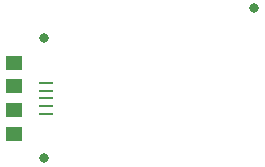
<source format=gtp>
G04 DipTrace 2.3.1.0*
%INminishiftmaster_TopPaste.gtp*%
%MOIN*%
%ADD47C,0.0315*%
%ADD59R,0.0531X0.0512*%
%ADD61R,0.0531X0.0492*%
%ADD67R,0.0453X0.0079*%
%FSLAX44Y44*%
G04*
G70*
G90*
G75*
G01*
%LNTopPaste*%
%LPD*%
D67*
X5549Y10748D3*
Y10492D3*
Y10236D3*
Y9980D3*
Y9724D3*
D61*
X4486Y11427D3*
Y9045D3*
D59*
Y10630D3*
Y9843D3*
D47*
X12486Y13236D3*
X5486Y8236D3*
Y12236D3*
M02*

</source>
